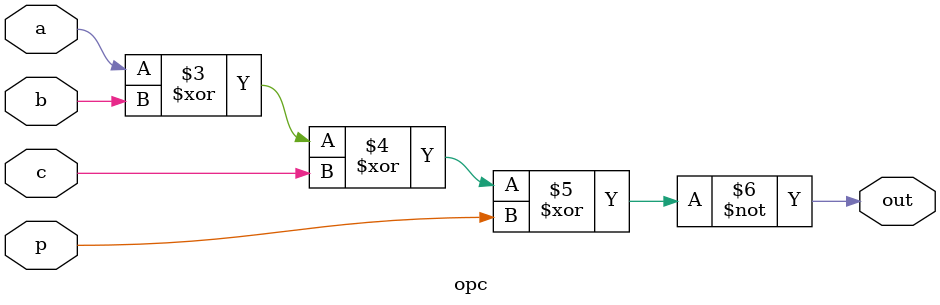
<source format=v>
module opc(
  input a,b,c,p,
  output out);
  assign out=~(a^b^c^p);
endmodule


//TESTBENCH
module opc_tb;
  reg a,b,c,p;
  wire out;
  opc uut(a,b,c,p,out);
  initial begin
    repeat(5)begin
     a=$random;b=$random;c=$random;p=$random;#5;
    end
  end
  initial begin
    $monitor("$time=%0t,a=%b,b=%b,c=%b,p=%b,out=%b",$time,a,b,c,p,out);
  end
endmodule

</source>
